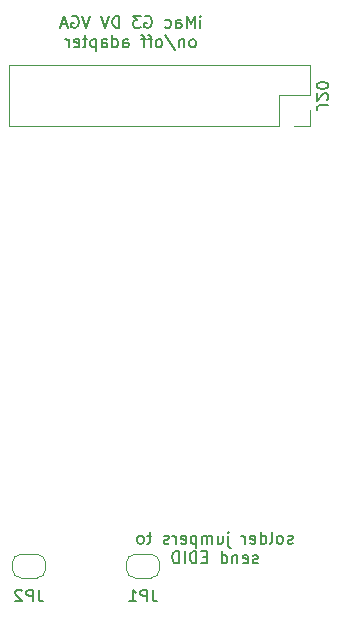
<source format=gbr>
G04 #@! TF.GenerationSoftware,KiCad,Pcbnew,5.1.5-52549c5~84~ubuntu18.04.1*
G04 #@! TF.CreationDate,2020-03-05T18:32:34-05:00*
G04 #@! TF.ProjectId,imac_g3_333mhz_slot_loading_J20_adapter_board,696d6163-5f67-4335-9f33-33336d687a5f,rev?*
G04 #@! TF.SameCoordinates,Original*
G04 #@! TF.FileFunction,Legend,Bot*
G04 #@! TF.FilePolarity,Positive*
%FSLAX46Y46*%
G04 Gerber Fmt 4.6, Leading zero omitted, Abs format (unit mm)*
G04 Created by KiCad (PCBNEW 5.1.5-52549c5~84~ubuntu18.04.1) date 2020-03-05 18:32:34*
%MOMM*%
%LPD*%
G04 APERTURE LIST*
%ADD10C,0.150000*%
%ADD11C,0.120000*%
G04 APERTURE END LIST*
D10*
X181117142Y-61095380D02*
X181117142Y-60428714D01*
X181117142Y-60095380D02*
X181164761Y-60143000D01*
X181117142Y-60190619D01*
X181069523Y-60143000D01*
X181117142Y-60095380D01*
X181117142Y-60190619D01*
X180640952Y-61095380D02*
X180640952Y-60095380D01*
X180307619Y-60809666D01*
X179974285Y-60095380D01*
X179974285Y-61095380D01*
X179069523Y-61095380D02*
X179069523Y-60571571D01*
X179117142Y-60476333D01*
X179212380Y-60428714D01*
X179402857Y-60428714D01*
X179498095Y-60476333D01*
X179069523Y-61047761D02*
X179164761Y-61095380D01*
X179402857Y-61095380D01*
X179498095Y-61047761D01*
X179545714Y-60952523D01*
X179545714Y-60857285D01*
X179498095Y-60762047D01*
X179402857Y-60714428D01*
X179164761Y-60714428D01*
X179069523Y-60666809D01*
X178164761Y-61047761D02*
X178260000Y-61095380D01*
X178450476Y-61095380D01*
X178545714Y-61047761D01*
X178593333Y-61000142D01*
X178640952Y-60904904D01*
X178640952Y-60619190D01*
X178593333Y-60523952D01*
X178545714Y-60476333D01*
X178450476Y-60428714D01*
X178260000Y-60428714D01*
X178164761Y-60476333D01*
X176450476Y-60143000D02*
X176545714Y-60095380D01*
X176688571Y-60095380D01*
X176831428Y-60143000D01*
X176926666Y-60238238D01*
X176974285Y-60333476D01*
X177021904Y-60523952D01*
X177021904Y-60666809D01*
X176974285Y-60857285D01*
X176926666Y-60952523D01*
X176831428Y-61047761D01*
X176688571Y-61095380D01*
X176593333Y-61095380D01*
X176450476Y-61047761D01*
X176402857Y-61000142D01*
X176402857Y-60666809D01*
X176593333Y-60666809D01*
X176069523Y-60095380D02*
X175450476Y-60095380D01*
X175783809Y-60476333D01*
X175640952Y-60476333D01*
X175545714Y-60523952D01*
X175498095Y-60571571D01*
X175450476Y-60666809D01*
X175450476Y-60904904D01*
X175498095Y-61000142D01*
X175545714Y-61047761D01*
X175640952Y-61095380D01*
X175926666Y-61095380D01*
X176021904Y-61047761D01*
X176069523Y-61000142D01*
X174260000Y-61095380D02*
X174260000Y-60095380D01*
X174021904Y-60095380D01*
X173879047Y-60143000D01*
X173783809Y-60238238D01*
X173736190Y-60333476D01*
X173688571Y-60523952D01*
X173688571Y-60666809D01*
X173736190Y-60857285D01*
X173783809Y-60952523D01*
X173879047Y-61047761D01*
X174021904Y-61095380D01*
X174260000Y-61095380D01*
X173402857Y-60095380D02*
X173069523Y-61095380D01*
X172736190Y-60095380D01*
X171783809Y-60095380D02*
X171450476Y-61095380D01*
X171117142Y-60095380D01*
X170260000Y-60143000D02*
X170355238Y-60095380D01*
X170498095Y-60095380D01*
X170640952Y-60143000D01*
X170736190Y-60238238D01*
X170783809Y-60333476D01*
X170831428Y-60523952D01*
X170831428Y-60666809D01*
X170783809Y-60857285D01*
X170736190Y-60952523D01*
X170640952Y-61047761D01*
X170498095Y-61095380D01*
X170402857Y-61095380D01*
X170260000Y-61047761D01*
X170212380Y-61000142D01*
X170212380Y-60666809D01*
X170402857Y-60666809D01*
X169831428Y-60809666D02*
X169355238Y-60809666D01*
X169926666Y-61095380D02*
X169593333Y-60095380D01*
X169260000Y-61095380D01*
X180545714Y-62745380D02*
X180640952Y-62697761D01*
X180688571Y-62650142D01*
X180736190Y-62554904D01*
X180736190Y-62269190D01*
X180688571Y-62173952D01*
X180640952Y-62126333D01*
X180545714Y-62078714D01*
X180402857Y-62078714D01*
X180307619Y-62126333D01*
X180260000Y-62173952D01*
X180212380Y-62269190D01*
X180212380Y-62554904D01*
X180260000Y-62650142D01*
X180307619Y-62697761D01*
X180402857Y-62745380D01*
X180545714Y-62745380D01*
X179783809Y-62078714D02*
X179783809Y-62745380D01*
X179783809Y-62173952D02*
X179736190Y-62126333D01*
X179640952Y-62078714D01*
X179498095Y-62078714D01*
X179402857Y-62126333D01*
X179355238Y-62221571D01*
X179355238Y-62745380D01*
X178164761Y-61697761D02*
X179021904Y-62983476D01*
X177688571Y-62745380D02*
X177783809Y-62697761D01*
X177831428Y-62650142D01*
X177879047Y-62554904D01*
X177879047Y-62269190D01*
X177831428Y-62173952D01*
X177783809Y-62126333D01*
X177688571Y-62078714D01*
X177545714Y-62078714D01*
X177450476Y-62126333D01*
X177402857Y-62173952D01*
X177355238Y-62269190D01*
X177355238Y-62554904D01*
X177402857Y-62650142D01*
X177450476Y-62697761D01*
X177545714Y-62745380D01*
X177688571Y-62745380D01*
X177069523Y-62078714D02*
X176688571Y-62078714D01*
X176926666Y-62745380D02*
X176926666Y-61888238D01*
X176879047Y-61793000D01*
X176783809Y-61745380D01*
X176688571Y-61745380D01*
X176498095Y-62078714D02*
X176117142Y-62078714D01*
X176355238Y-62745380D02*
X176355238Y-61888238D01*
X176307619Y-61793000D01*
X176212380Y-61745380D01*
X176117142Y-61745380D01*
X174593333Y-62745380D02*
X174593333Y-62221571D01*
X174640952Y-62126333D01*
X174736190Y-62078714D01*
X174926666Y-62078714D01*
X175021904Y-62126333D01*
X174593333Y-62697761D02*
X174688571Y-62745380D01*
X174926666Y-62745380D01*
X175021904Y-62697761D01*
X175069523Y-62602523D01*
X175069523Y-62507285D01*
X175021904Y-62412047D01*
X174926666Y-62364428D01*
X174688571Y-62364428D01*
X174593333Y-62316809D01*
X173688571Y-62745380D02*
X173688571Y-61745380D01*
X173688571Y-62697761D02*
X173783809Y-62745380D01*
X173974285Y-62745380D01*
X174069523Y-62697761D01*
X174117142Y-62650142D01*
X174164761Y-62554904D01*
X174164761Y-62269190D01*
X174117142Y-62173952D01*
X174069523Y-62126333D01*
X173974285Y-62078714D01*
X173783809Y-62078714D01*
X173688571Y-62126333D01*
X172783809Y-62745380D02*
X172783809Y-62221571D01*
X172831428Y-62126333D01*
X172926666Y-62078714D01*
X173117142Y-62078714D01*
X173212380Y-62126333D01*
X172783809Y-62697761D02*
X172879047Y-62745380D01*
X173117142Y-62745380D01*
X173212380Y-62697761D01*
X173260000Y-62602523D01*
X173260000Y-62507285D01*
X173212380Y-62412047D01*
X173117142Y-62364428D01*
X172879047Y-62364428D01*
X172783809Y-62316809D01*
X172307619Y-62078714D02*
X172307619Y-63078714D01*
X172307619Y-62126333D02*
X172212380Y-62078714D01*
X172021904Y-62078714D01*
X171926666Y-62126333D01*
X171879047Y-62173952D01*
X171831428Y-62269190D01*
X171831428Y-62554904D01*
X171879047Y-62650142D01*
X171926666Y-62697761D01*
X172021904Y-62745380D01*
X172212380Y-62745380D01*
X172307619Y-62697761D01*
X171545714Y-62078714D02*
X171164761Y-62078714D01*
X171402857Y-61745380D02*
X171402857Y-62602523D01*
X171355238Y-62697761D01*
X171260000Y-62745380D01*
X171164761Y-62745380D01*
X170450476Y-62697761D02*
X170545714Y-62745380D01*
X170736190Y-62745380D01*
X170831428Y-62697761D01*
X170879047Y-62602523D01*
X170879047Y-62221571D01*
X170831428Y-62126333D01*
X170736190Y-62078714D01*
X170545714Y-62078714D01*
X170450476Y-62126333D01*
X170402857Y-62221571D01*
X170402857Y-62316809D01*
X170879047Y-62412047D01*
X169974285Y-62745380D02*
X169974285Y-62078714D01*
X169974285Y-62269190D02*
X169926666Y-62173952D01*
X169879047Y-62126333D01*
X169783809Y-62078714D01*
X169688571Y-62078714D01*
X188943428Y-104735761D02*
X188848190Y-104783380D01*
X188657714Y-104783380D01*
X188562476Y-104735761D01*
X188514857Y-104640523D01*
X188514857Y-104592904D01*
X188562476Y-104497666D01*
X188657714Y-104450047D01*
X188800571Y-104450047D01*
X188895809Y-104402428D01*
X188943428Y-104307190D01*
X188943428Y-104259571D01*
X188895809Y-104164333D01*
X188800571Y-104116714D01*
X188657714Y-104116714D01*
X188562476Y-104164333D01*
X187943428Y-104783380D02*
X188038666Y-104735761D01*
X188086285Y-104688142D01*
X188133904Y-104592904D01*
X188133904Y-104307190D01*
X188086285Y-104211952D01*
X188038666Y-104164333D01*
X187943428Y-104116714D01*
X187800571Y-104116714D01*
X187705333Y-104164333D01*
X187657714Y-104211952D01*
X187610095Y-104307190D01*
X187610095Y-104592904D01*
X187657714Y-104688142D01*
X187705333Y-104735761D01*
X187800571Y-104783380D01*
X187943428Y-104783380D01*
X187038666Y-104783380D02*
X187133904Y-104735761D01*
X187181523Y-104640523D01*
X187181523Y-103783380D01*
X186229142Y-104783380D02*
X186229142Y-103783380D01*
X186229142Y-104735761D02*
X186324380Y-104783380D01*
X186514857Y-104783380D01*
X186610095Y-104735761D01*
X186657714Y-104688142D01*
X186705333Y-104592904D01*
X186705333Y-104307190D01*
X186657714Y-104211952D01*
X186610095Y-104164333D01*
X186514857Y-104116714D01*
X186324380Y-104116714D01*
X186229142Y-104164333D01*
X185372000Y-104735761D02*
X185467238Y-104783380D01*
X185657714Y-104783380D01*
X185752952Y-104735761D01*
X185800571Y-104640523D01*
X185800571Y-104259571D01*
X185752952Y-104164333D01*
X185657714Y-104116714D01*
X185467238Y-104116714D01*
X185372000Y-104164333D01*
X185324380Y-104259571D01*
X185324380Y-104354809D01*
X185800571Y-104450047D01*
X184895809Y-104783380D02*
X184895809Y-104116714D01*
X184895809Y-104307190D02*
X184848190Y-104211952D01*
X184800571Y-104164333D01*
X184705333Y-104116714D01*
X184610095Y-104116714D01*
X183514857Y-104116714D02*
X183514857Y-104973857D01*
X183562476Y-105069095D01*
X183657714Y-105116714D01*
X183705333Y-105116714D01*
X183514857Y-103783380D02*
X183562476Y-103831000D01*
X183514857Y-103878619D01*
X183467238Y-103831000D01*
X183514857Y-103783380D01*
X183514857Y-103878619D01*
X182610095Y-104116714D02*
X182610095Y-104783380D01*
X183038666Y-104116714D02*
X183038666Y-104640523D01*
X182991047Y-104735761D01*
X182895809Y-104783380D01*
X182752952Y-104783380D01*
X182657714Y-104735761D01*
X182610095Y-104688142D01*
X182133904Y-104783380D02*
X182133904Y-104116714D01*
X182133904Y-104211952D02*
X182086285Y-104164333D01*
X181991047Y-104116714D01*
X181848190Y-104116714D01*
X181752952Y-104164333D01*
X181705333Y-104259571D01*
X181705333Y-104783380D01*
X181705333Y-104259571D02*
X181657714Y-104164333D01*
X181562476Y-104116714D01*
X181419619Y-104116714D01*
X181324380Y-104164333D01*
X181276761Y-104259571D01*
X181276761Y-104783380D01*
X180800571Y-104116714D02*
X180800571Y-105116714D01*
X180800571Y-104164333D02*
X180705333Y-104116714D01*
X180514857Y-104116714D01*
X180419619Y-104164333D01*
X180372000Y-104211952D01*
X180324380Y-104307190D01*
X180324380Y-104592904D01*
X180372000Y-104688142D01*
X180419619Y-104735761D01*
X180514857Y-104783380D01*
X180705333Y-104783380D01*
X180800571Y-104735761D01*
X179514857Y-104735761D02*
X179610095Y-104783380D01*
X179800571Y-104783380D01*
X179895809Y-104735761D01*
X179943428Y-104640523D01*
X179943428Y-104259571D01*
X179895809Y-104164333D01*
X179800571Y-104116714D01*
X179610095Y-104116714D01*
X179514857Y-104164333D01*
X179467238Y-104259571D01*
X179467238Y-104354809D01*
X179943428Y-104450047D01*
X179038666Y-104783380D02*
X179038666Y-104116714D01*
X179038666Y-104307190D02*
X178991047Y-104211952D01*
X178943428Y-104164333D01*
X178848190Y-104116714D01*
X178752952Y-104116714D01*
X178467238Y-104735761D02*
X178372000Y-104783380D01*
X178181523Y-104783380D01*
X178086285Y-104735761D01*
X178038666Y-104640523D01*
X178038666Y-104592904D01*
X178086285Y-104497666D01*
X178181523Y-104450047D01*
X178324380Y-104450047D01*
X178419619Y-104402428D01*
X178467238Y-104307190D01*
X178467238Y-104259571D01*
X178419619Y-104164333D01*
X178324380Y-104116714D01*
X178181523Y-104116714D01*
X178086285Y-104164333D01*
X176991047Y-104116714D02*
X176610095Y-104116714D01*
X176848190Y-103783380D02*
X176848190Y-104640523D01*
X176800571Y-104735761D01*
X176705333Y-104783380D01*
X176610095Y-104783380D01*
X176133904Y-104783380D02*
X176229142Y-104735761D01*
X176276761Y-104688142D01*
X176324380Y-104592904D01*
X176324380Y-104307190D01*
X176276761Y-104211952D01*
X176229142Y-104164333D01*
X176133904Y-104116714D01*
X175991047Y-104116714D01*
X175895809Y-104164333D01*
X175848190Y-104211952D01*
X175800571Y-104307190D01*
X175800571Y-104592904D01*
X175848190Y-104688142D01*
X175895809Y-104735761D01*
X175991047Y-104783380D01*
X176133904Y-104783380D01*
X185991047Y-106385761D02*
X185895809Y-106433380D01*
X185705333Y-106433380D01*
X185610095Y-106385761D01*
X185562476Y-106290523D01*
X185562476Y-106242904D01*
X185610095Y-106147666D01*
X185705333Y-106100047D01*
X185848190Y-106100047D01*
X185943428Y-106052428D01*
X185991047Y-105957190D01*
X185991047Y-105909571D01*
X185943428Y-105814333D01*
X185848190Y-105766714D01*
X185705333Y-105766714D01*
X185610095Y-105814333D01*
X184752952Y-106385761D02*
X184848190Y-106433380D01*
X185038666Y-106433380D01*
X185133904Y-106385761D01*
X185181523Y-106290523D01*
X185181523Y-105909571D01*
X185133904Y-105814333D01*
X185038666Y-105766714D01*
X184848190Y-105766714D01*
X184752952Y-105814333D01*
X184705333Y-105909571D01*
X184705333Y-106004809D01*
X185181523Y-106100047D01*
X184276761Y-105766714D02*
X184276761Y-106433380D01*
X184276761Y-105861952D02*
X184229142Y-105814333D01*
X184133904Y-105766714D01*
X183991047Y-105766714D01*
X183895809Y-105814333D01*
X183848190Y-105909571D01*
X183848190Y-106433380D01*
X182943428Y-106433380D02*
X182943428Y-105433380D01*
X182943428Y-106385761D02*
X183038666Y-106433380D01*
X183229142Y-106433380D01*
X183324380Y-106385761D01*
X183372000Y-106338142D01*
X183419619Y-106242904D01*
X183419619Y-105957190D01*
X183372000Y-105861952D01*
X183324380Y-105814333D01*
X183229142Y-105766714D01*
X183038666Y-105766714D01*
X182943428Y-105814333D01*
X181705333Y-105909571D02*
X181372000Y-105909571D01*
X181229142Y-106433380D02*
X181705333Y-106433380D01*
X181705333Y-105433380D01*
X181229142Y-105433380D01*
X180800571Y-106433380D02*
X180800571Y-105433380D01*
X180562476Y-105433380D01*
X180419619Y-105481000D01*
X180324380Y-105576238D01*
X180276761Y-105671476D01*
X180229142Y-105861952D01*
X180229142Y-106004809D01*
X180276761Y-106195285D01*
X180324380Y-106290523D01*
X180419619Y-106385761D01*
X180562476Y-106433380D01*
X180800571Y-106433380D01*
X179800571Y-106433380D02*
X179800571Y-105433380D01*
X179324380Y-106433380D02*
X179324380Y-105433380D01*
X179086285Y-105433380D01*
X178943428Y-105481000D01*
X178848190Y-105576238D01*
X178800571Y-105671476D01*
X178752952Y-105861952D01*
X178752952Y-106004809D01*
X178800571Y-106195285D01*
X178848190Y-106290523D01*
X178943428Y-106385761D01*
X179086285Y-106433380D01*
X179324380Y-106433380D01*
D11*
X190433000Y-69433800D02*
X190433000Y-68103800D01*
X189103000Y-69433800D02*
X190433000Y-69433800D01*
X190433000Y-66833800D02*
X190433000Y-64233800D01*
X187833000Y-66833800D02*
X190433000Y-66833800D01*
X187833000Y-69433800D02*
X187833000Y-66833800D01*
X190433000Y-64233800D02*
X164913000Y-64233800D01*
X187833000Y-69433800D02*
X164913000Y-69433800D01*
X164913000Y-69433800D02*
X164913000Y-64233800D01*
X176976000Y-105680000D02*
X175576000Y-105680000D01*
X174876000Y-106380000D02*
X174876000Y-106980000D01*
X175576000Y-107680000D02*
X176976000Y-107680000D01*
X177676000Y-106980000D02*
X177676000Y-106380000D01*
X177676000Y-106380000D02*
G75*
G03X176976000Y-105680000I-700000J0D01*
G01*
X176976000Y-107680000D02*
G75*
G03X177676000Y-106980000I0J700000D01*
G01*
X174876000Y-106980000D02*
G75*
G03X175576000Y-107680000I700000J0D01*
G01*
X175576000Y-105680000D02*
G75*
G03X174876000Y-106380000I0J-700000D01*
G01*
X165924000Y-105680000D02*
G75*
G03X165224000Y-106380000I0J-700000D01*
G01*
X165224000Y-106980000D02*
G75*
G03X165924000Y-107680000I700000J0D01*
G01*
X167324000Y-107680000D02*
G75*
G03X168024000Y-106980000I0J700000D01*
G01*
X168024000Y-106380000D02*
G75*
G03X167324000Y-105680000I-700000J0D01*
G01*
X168024000Y-106980000D02*
X168024000Y-106380000D01*
X165924000Y-107680000D02*
X167324000Y-107680000D01*
X165224000Y-106380000D02*
X165224000Y-106980000D01*
X167324000Y-105680000D02*
X165924000Y-105680000D01*
D10*
X191980619Y-67643323D02*
X191266333Y-67643323D01*
X191123476Y-67690942D01*
X191028238Y-67786180D01*
X190980619Y-67929038D01*
X190980619Y-68024276D01*
X191885380Y-67214752D02*
X191933000Y-67167133D01*
X191980619Y-67071895D01*
X191980619Y-66833800D01*
X191933000Y-66738561D01*
X191885380Y-66690942D01*
X191790142Y-66643323D01*
X191694904Y-66643323D01*
X191552047Y-66690942D01*
X190980619Y-67262371D01*
X190980619Y-66643323D01*
X191980619Y-66024276D02*
X191980619Y-65929038D01*
X191933000Y-65833800D01*
X191885380Y-65786180D01*
X191790142Y-65738561D01*
X191599666Y-65690942D01*
X191361571Y-65690942D01*
X191171095Y-65738561D01*
X191075857Y-65786180D01*
X191028238Y-65833800D01*
X190980619Y-65929038D01*
X190980619Y-66024276D01*
X191028238Y-66119514D01*
X191075857Y-66167133D01*
X191171095Y-66214752D01*
X191361571Y-66262371D01*
X191599666Y-66262371D01*
X191790142Y-66214752D01*
X191885380Y-66167133D01*
X191933000Y-66119514D01*
X191980619Y-66024276D01*
X177109333Y-108672380D02*
X177109333Y-109386666D01*
X177156952Y-109529523D01*
X177252190Y-109624761D01*
X177395047Y-109672380D01*
X177490285Y-109672380D01*
X176633142Y-109672380D02*
X176633142Y-108672380D01*
X176252190Y-108672380D01*
X176156952Y-108720000D01*
X176109333Y-108767619D01*
X176061714Y-108862857D01*
X176061714Y-109005714D01*
X176109333Y-109100952D01*
X176156952Y-109148571D01*
X176252190Y-109196190D01*
X176633142Y-109196190D01*
X175109333Y-109672380D02*
X175680761Y-109672380D01*
X175395047Y-109672380D02*
X175395047Y-108672380D01*
X175490285Y-108815238D01*
X175585523Y-108910476D01*
X175680761Y-108958095D01*
X167457333Y-108672380D02*
X167457333Y-109386666D01*
X167504952Y-109529523D01*
X167600190Y-109624761D01*
X167743047Y-109672380D01*
X167838285Y-109672380D01*
X166981142Y-109672380D02*
X166981142Y-108672380D01*
X166600190Y-108672380D01*
X166504952Y-108720000D01*
X166457333Y-108767619D01*
X166409714Y-108862857D01*
X166409714Y-109005714D01*
X166457333Y-109100952D01*
X166504952Y-109148571D01*
X166600190Y-109196190D01*
X166981142Y-109196190D01*
X166028761Y-108767619D02*
X165981142Y-108720000D01*
X165885904Y-108672380D01*
X165647809Y-108672380D01*
X165552571Y-108720000D01*
X165504952Y-108767619D01*
X165457333Y-108862857D01*
X165457333Y-108958095D01*
X165504952Y-109100952D01*
X166076380Y-109672380D01*
X165457333Y-109672380D01*
M02*

</source>
